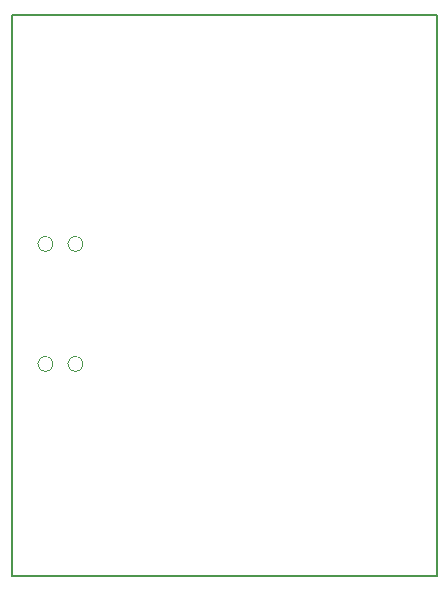
<source format=gbo>
G04 #@! TF.FileFunction,Legend,Bot*
%FSLAX46Y46*%
G04 Gerber Fmt 4.6, Leading zero omitted, Abs format (unit mm)*
G04 Created by KiCad (PCBNEW 4.0.4-stable) date *
%MOMM*%
%LPD*%
G01*
G04 APERTURE LIST*
%ADD10C,0.100000*%
%ADD11C,0.150000*%
G04 APERTURE END LIST*
D10*
D11*
X100000000Y-100000000D02*
X100000000Y-147500000D01*
X100000000Y-147500000D02*
X136000000Y-147500000D01*
X136000000Y-100000000D02*
X136000000Y-147500000D01*
X100000000Y-100000000D02*
X136000000Y-100000000D01*
D10*
X106058500Y-129540000D02*
G75*
G03X106058500Y-129540000I-648500J0D01*
G01*
X106058500Y-119380000D02*
G75*
G03X106058500Y-119380000I-648500J0D01*
G01*
X103518500Y-119380000D02*
G75*
G03X103518500Y-119380000I-648500J0D01*
G01*
X103518500Y-129540000D02*
G75*
G03X103518500Y-129540000I-648500J0D01*
G01*
M02*

</source>
